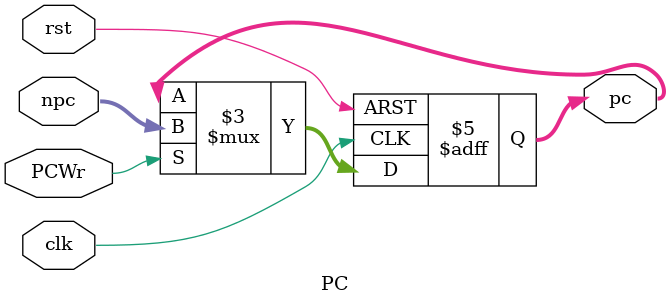
<source format=v>
module PC (
    input clk,
    input rst,
    input PCWr,
    input [31:0] npc,
    output reg [31:0]pc
);
always @(posedge clk or negedge rst)begin//时钟上升沿读pc
    if(!rst)pc<=32'h00003000;//与Mars的Memory Configuration相匹配
    else if(PCWr)begin
        pc<=npc;
    end
end
endmodule
</source>
